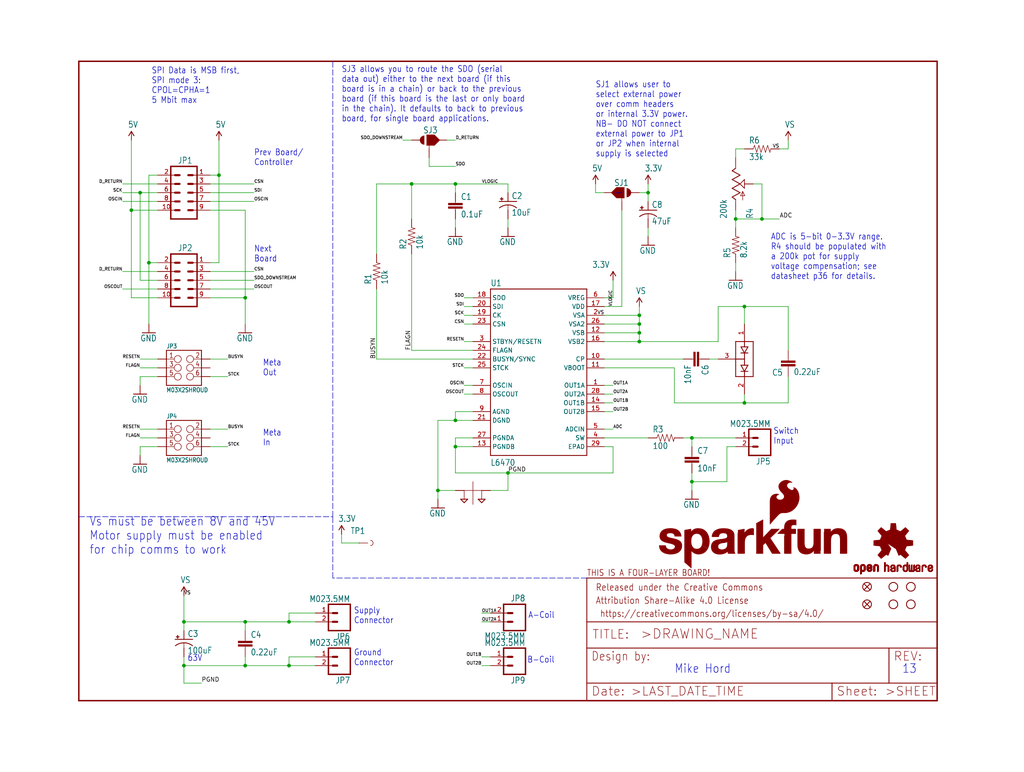
<source format=kicad_sch>
(kicad_sch (version 20211123) (generator eeschema)
  (paper "User" 297.002 223.926)
  (lib_symbols
    (symbol "schematicEagle-eagle-import:0.1UF-25V(+80{slash}-20%)(0603)"
      (property "Reference" "C" (at 1.524 2.921 0))
      (property "Value" "0.1UF-25V(+80{slash}-20%)(0603)" (at 1.524 -2.159 0))
      (symbol "0.1UF-25V(+80{slash}-20%)(0603)_1_0"
        (pin passive line (at 0 5.08 270) (length 2.54) (name "1") (number "1"))
        (pin passive line (at 0 -2.54 90) (length 2.54) (name "2") (number "2"))
      )
    )
    (symbol "schematicEagle-eagle-import:0.22UF50V-20%,+80%(0603)"
      (property "Reference" "C" (at 1.524 2.921 0))
      (property "Value" "0.22UF50V-20%,+80%(0603)" (at 1.524 -2.159 0))
      (symbol "0.22UF50V-20%,+80%(0603)_1_0"
        (pin passive line (at 0 5.08 270) (length 2.54) (name "1") (number "1"))
        (pin passive line (at 0 -2.54 90) (length 2.54) (name "2") (number "2"))
      )
    )
    (symbol "schematicEagle-eagle-import:100OHM1{slash}10W1%(0603)"
      (property "Reference" "R" (at -3.81 1.4986 0))
      (property "Value" "100OHM1{slash}10W1%(0603)" (at -3.81 -3.302 0))
      (symbol "100OHM1{slash}10W1%(0603)_1_0"
        (pin passive line (at -5.08 0 0) (length 2.54) (name "1") (number "1"))
        (pin passive line (at 5.08 0 180) (length 2.54) (name "2") (number "2"))
      )
    )
    (symbol "schematicEagle-eagle-import:100UF-63V-20%(ELECT)"
      (property "Reference" "C" (at 1.016 0.635 0))
      (property "Value" "100UF-63V-20%(ELECT)" (at 1.016 -4.191 0))
      (symbol "100UF-63V-20%(ELECT)_1_0"
        (pin passive line (at 0 2.54 270) (length 2.54) (name "+") (number "+"))
        (pin passive line (at 0 -5.08 90) (length 2.54) (name "-") (number "-"))
      )
    )
    (symbol "schematicEagle-eagle-import:10KOHM1{slash}10W1%(0603)0603"
      (property "Reference" "R" (at -3.81 1.4986 0))
      (property "Value" "10KOHM1{slash}10W1%(0603)0603" (at -3.81 -3.302 0))
      (symbol "10KOHM1{slash}10W1%(0603)0603_1_0"
        (pin passive line (at -5.08 0 0) (length 2.54) (name "1") (number "1"))
        (pin passive line (at 5.08 0 180) (length 2.54) (name "2") (number "2"))
      )
    )
    (symbol "schematicEagle-eagle-import:10NF{slash}10000PF-50V-10%(0603)"
      (property "Reference" "C" (at 1.524 2.921 0))
      (property "Value" "10NF{slash}10000PF-50V-10%(0603)" (at 1.524 -2.159 0))
      (symbol "10NF{slash}10000PF-50V-10%(0603)_1_0"
        (pin passive line (at 0 5.08 270) (length 2.54) (name "1") (number "1"))
        (pin passive line (at 0 -2.54 90) (length 2.54) (name "2") (number "2"))
      )
    )
    (symbol "schematicEagle-eagle-import:10UF-TANT"
      (property "Reference" "C" (at 1.016 0.635 0))
      (property "Value" "10UF-TANT" (at 1.016 -4.191 0))
      (symbol "10UF-TANT_1_0"
        (pin passive line (at 0 2.54 270) (length 2.54) (name "+") (number "A"))
        (pin passive line (at 0 -5.08 90) (length 2.54) (name "-") (number "C"))
      )
    )
    (symbol "schematicEagle-eagle-import:2PT_GND_TIE"
      (symbol "2PT_GND_TIE_1_0"
        (pin bidirectional line (at -5.08 0 0) (length 2.54) (name "P$1") (number "P$1"))
        (pin bidirectional line (at 5.08 0 180) (length 2.54) (name "P$2") (number "P$2"))
      )
    )
    (symbol "schematicEagle-eagle-import:3.3V" (power)
      (property "Value" "3.3V" (at -1.016 3.556 0))
      (symbol "3.3V_1_0"
        (pin power_in line (at 0 0 90) (length 2.54) (name "3.3V") (number "1"))
      )
    )
    (symbol "schematicEagle-eagle-import:33KOHM1{slash}10W1%(0603)"
      (property "Reference" "R" (at -3.81 1.4986 0))
      (property "Value" "33KOHM1{slash}10W1%(0603)" (at -3.81 -3.302 0))
      (symbol "33KOHM1{slash}10W1%(0603)_1_0"
        (pin passive line (at -5.08 0 0) (length 2.54) (name "1") (number "1"))
        (pin passive line (at 5.08 0 180) (length 2.54) (name "2") (number "2"))
      )
    )
    (symbol "schematicEagle-eagle-import:47UF-TANT"
      (property "Reference" "C" (at 1.016 0.635 0))
      (property "Value" "47UF-TANT" (at 1.016 -4.191 0))
      (symbol "47UF-TANT_1_0"
        (pin passive line (at 0 2.54 270) (length 2.54) (name "+") (number "A"))
        (pin passive line (at 0 -5.08 90) (length 2.54) (name "-") (number "C"))
      )
    )
    (symbol "schematicEagle-eagle-import:5V" (power)
      (property "Value" "5V" (at -1.016 3.556 0))
      (symbol "5V_1_0"
        (pin power_in line (at 0 0 90) (length 2.54) (name "5V") (number "1"))
      )
    )
    (symbol "schematicEagle-eagle-import:8.2KOHM-1{slash}10W-5%(0603)"
      (property "Reference" "R" (at -3.81 1.4986 0))
      (property "Value" "8.2KOHM-1{slash}10W-5%(0603)" (at -3.81 -3.302 0))
      (symbol "8.2KOHM-1{slash}10W-5%(0603)_1_0"
        (pin passive line (at -5.08 0 0) (length 2.54) (name "1") (number "1"))
        (pin passive line (at 5.08 0 180) (length 2.54) (name "2") (number "2"))
      )
    )
    (symbol "schematicEagle-eagle-import:BAV99"
      (symbol "BAV99_1_0"
        (pin bidirectional line (at -10.16 0 0) (length 5.08) (name "A1") (number "1"))
        (pin bidirectional line (at 10.16 0 180) (length 5.08) (name "C2") (number "2"))
        (pin bidirectional line (at 0 -7.62 90) (length 5.08) (name "COM") (number "3"))
      )
    )
    (symbol "schematicEagle-eagle-import:FIDUCIALUFIDUCIAL")
    (symbol "schematicEagle-eagle-import:FOUR_LAYER_WARNING"
      (symbol "FOUR_LAYER_WARNING_1_0"
        (text "THIS IS A FOUR-LAYER BOARD!" (at 0 0 0) (effects (font (size 1.778 1.5113)) (justify left bottom)))
      )
    )
    (symbol "schematicEagle-eagle-import:FRAME-LETTER"
      (symbol "FRAME-LETTER_2_0"
        (text " https://creativecommons.org/licenses/by-sa/4.0/" (at 2.54 24.13 0) (effects (font (size 1.9304 1.6408)) (justify left bottom)))
        (text ">DRAWING_NAME" (at 15.494 17.78 0) (effects (font (size 2.7432 2.7432)) (justify left bottom)))
        (text ">LAST_DATE_TIME" (at 12.7 1.27 0) (effects (font (size 2.54 2.54)) (justify left bottom)))
        (text ">SHEET" (at 86.36 1.27 0) (effects (font (size 2.54 2.54)) (justify left bottom)))
        (text "Attribution Share-Alike 4.0 License" (at 2.54 27.94 0) (effects (font (size 1.9304 1.6408)) (justify left bottom)))
        (text "Date:" (at 1.27 1.27 0) (effects (font (size 2.54 2.54)) (justify left bottom)))
        (text "Design by:" (at 1.27 11.43 0) (effects (font (size 2.54 2.159)) (justify left bottom)))
        (text "Released under the Creative Commons" (at 2.54 31.75 0) (effects (font (size 1.9304 1.6408)) (justify left bottom)))
        (text "REV:" (at 88.9 11.43 0) (effects (font (size 2.54 2.54)) (justify left bottom)))
        (text "Sheet:" (at 72.39 1.27 0) (effects (font (size 2.54 2.54)) (justify left bottom)))
        (text "TITLE:" (at 1.524 17.78 0) (effects (font (size 2.54 2.54)) (justify left bottom)))
      )
    )
    (symbol "schematicEagle-eagle-import:GND" (power)
      (property "Value" "GND" (at -2.54 -2.54 0))
      (symbol "GND_1_0"
        (pin power_in line (at 0 2.54 270) (length 2.54) (name "GND") (number "1"))
      )
    )
    (symbol "schematicEagle-eagle-import:JUMPER-PAD-3-2OF3_NC_BY_PASTE"
      (property "Reference" "SJ" (at 2.54 0.381 0))
      (property "Value" "JUMPER-PAD-3-2OF3_NC_BY_PASTE" (at 2.54 -1.905 0))
      (symbol "JUMPER-PAD-3-2OF3_NC_BY_PASTE_1_0"
        (pin passive line (at 0 5.08 270) (length 2.54) (name "1") (number "1"))
        (pin passive line (at -5.08 0 0) (length 2.54) (name "2") (number "2"))
        (pin passive line (at 0 -5.08 90) (length 2.54) (name "3") (number "3"))
      )
    )
    (symbol "schematicEagle-eagle-import:L6470"
      (property "Reference" "U" (at 0 49.022 0))
      (property "Value" "L6470" (at 0 -3.048 0))
      (symbol "L6470_1_0"
        (pin bidirectional line (at 33.02 20.32 180) (length 5.08) (name "OUT1A") (number "1"))
        (pin bidirectional line (at 33.02 27.94 180) (length 5.08) (name "CP") (number "10"))
        (pin bidirectional line (at 33.02 25.4 180) (length 5.08) (name "VBOOT") (number "11"))
        (pin bidirectional line (at 33.02 35.56 180) (length 5.08) (name "VSB") (number "12"))
        (pin bidirectional line (at -5.08 2.54 0) (length 5.08) (name "PGNDB") (number "13"))
        (pin bidirectional line (at 33.02 15.24 180) (length 5.08) (name "OUT1B") (number "14"))
        (pin bidirectional line (at 33.02 12.7 180) (length 5.08) (name "OUT2B") (number "15"))
        (pin bidirectional line (at 33.02 33.02 180) (length 5.08) (name "VSB2") (number "16"))
        (pin bidirectional line (at 33.02 43.18 180) (length 5.08) (name "VDD") (number "17"))
        (pin bidirectional line (at -5.08 45.72 0) (length 5.08) (name "SDO") (number "18"))
        (pin bidirectional line (at -5.08 40.64 0) (length 5.08) (name "CK") (number "19"))
        (pin bidirectional line (at 33.02 40.64 180) (length 5.08) (name "VSA") (number "2"))
        (pin bidirectional line (at -5.08 43.18 0) (length 5.08) (name "SDI") (number "20"))
        (pin bidirectional line (at -5.08 10.16 0) (length 5.08) (name "DGND") (number "21"))
        (pin bidirectional line (at -5.08 27.94 0) (length 5.08) (name "BUSYN/SYNC") (number "22"))
        (pin bidirectional line (at -5.08 38.1 0) (length 5.08) (name "CSN") (number "23"))
        (pin bidirectional line (at -5.08 30.48 0) (length 5.08) (name "FLAGN") (number "24"))
        (pin bidirectional line (at -5.08 25.4 0) (length 5.08) (name "STCK") (number "25"))
        (pin bidirectional line (at 33.02 38.1 180) (length 5.08) (name "VSA2") (number "26"))
        (pin bidirectional line (at -5.08 5.08 0) (length 5.08) (name "PGNDA") (number "27"))
        (pin bidirectional line (at 33.02 17.78 180) (length 5.08) (name "OUT2A") (number "28"))
        (pin bidirectional line (at 33.02 2.54 180) (length 5.08) (name "EPAD") (number "29"))
        (pin bidirectional line (at -5.08 33.02 0) (length 5.08) (name "STBYN/RESETN") (number "3"))
        (pin bidirectional line (at 33.02 5.08 180) (length 5.08) (name "SW") (number "4"))
        (pin bidirectional line (at 33.02 7.62 180) (length 5.08) (name "ADCIN") (number "5"))
        (pin bidirectional line (at 33.02 45.72 180) (length 5.08) (name "VREG") (number "6"))
        (pin bidirectional line (at -5.08 20.32 0) (length 5.08) (name "OSCIN") (number "7"))
        (pin bidirectional line (at -5.08 17.78 0) (length 5.08) (name "OSCOUT") (number "8"))
        (pin bidirectional line (at -5.08 12.7 0) (length 5.08) (name "AGND") (number "9"))
      )
    )
    (symbol "schematicEagle-eagle-import:M023.5MM"
      (property "Reference" "JP" (at -2.54 5.842 0))
      (property "Value" "M023.5MM" (at -2.54 -5.08 0))
      (symbol "M023.5MM_1_0"
        (pin passive line (at 7.62 0 180) (length 5.08) (name "1") (number "1"))
        (pin passive line (at 7.62 2.54 180) (length 5.08) (name "2") (number "2"))
      )
    )
    (symbol "schematicEagle-eagle-import:M03X2SHROUD"
      (property "Reference" "JP" (at -5.08 5.588 0))
      (property "Value" "M03X2SHROUD" (at -5.08 -7.112 0))
      (symbol "M03X2SHROUD_1_0"
        (text "1" (at -4.318 2.794 0) (effects (font (size 1.4224 1.209)) (justify left bottom)))
        (text "2" (at 3.302 2.794 0) (effects (font (size 1.4224 1.209)) (justify left bottom)))
        (text "3" (at -4.318 0.254 0) (effects (font (size 1.4224 1.209)) (justify left bottom)))
        (text "4" (at 3.302 0.254 0) (effects (font (size 1.4224 1.209)) (justify left bottom)))
        (text "5" (at -4.318 -2.286 0) (effects (font (size 1.4224 1.209)) (justify left bottom)))
        (text "6" (at 3.302 -2.286 0) (effects (font (size 1.4224 1.209)) (justify left bottom)))
        (pin bidirectional line (at -7.62 2.54 0) (length 2.54) (name "1") (number "1"))
        (pin bidirectional line (at 7.62 2.54 180) (length 2.54) (name "2") (number "2"))
        (pin bidirectional line (at -7.62 0 0) (length 2.54) (name "3") (number "3"))
        (pin bidirectional line (at 7.62 0 180) (length 2.54) (name "4") (number "4"))
        (pin bidirectional line (at -7.62 -2.54 0) (length 2.54) (name "5") (number "5"))
        (pin bidirectional line (at 7.62 -2.54 180) (length 2.54) (name "6") (number "6"))
      )
    )
    (symbol "schematicEagle-eagle-import:M05X2SHD"
      (property "Reference" "JP" (at -2.54 8.382 0))
      (property "Value" "M05X2SHD" (at -2.54 -10.16 0))
      (symbol "M05X2SHD_1_0"
        (pin passive line (at -7.62 5.08 0) (length 5.08) (name "1") (number "1"))
        (pin passive line (at 7.62 -5.08 180) (length 5.08) (name "10") (number "10"))
        (pin passive line (at 7.62 5.08 180) (length 5.08) (name "2") (number "2"))
        (pin passive line (at -7.62 2.54 0) (length 5.08) (name "3") (number "3"))
        (pin passive line (at 7.62 2.54 180) (length 5.08) (name "4") (number "4"))
        (pin passive line (at -7.62 0 0) (length 5.08) (name "5") (number "5"))
        (pin passive line (at 7.62 0 180) (length 5.08) (name "6") (number "6"))
        (pin passive line (at -7.62 -2.54 0) (length 5.08) (name "7") (number "7"))
        (pin passive line (at 7.62 -2.54 180) (length 5.08) (name "8") (number "8"))
        (pin passive line (at -7.62 -5.08 0) (length 5.08) (name "9") (number "9"))
      )
    )
    (symbol "schematicEagle-eagle-import:OSHW-LOGOM")
    (symbol "schematicEagle-eagle-import:POT100K_3362U"
      (property "Reference" "RV" (at 5.08 -10.16 90))
      (property "Value" "POT100K_3362U" (at -2.54 -10.16 90))
      (symbol "POT100K_3362U_1_0"
        (pin passive line (at 0 7.62 270) (length 2.54) (name "E") (number "P$1"))
        (pin passive line (at 5.08 0 180) (length 2.54) (name "S") (number "P$2"))
        (pin passive line (at 0 -7.62 90) (length 2.54) (name "A") (number "P$3"))
      )
    )
    (symbol "schematicEagle-eagle-import:SFE_LOGO_NAME_FLAME.2_INCH")
    (symbol "schematicEagle-eagle-import:STAND-OFF")
    (symbol "schematicEagle-eagle-import:TEST-POINTTP_15TH_THRU"
      (property "Reference" "TP" (at -2.54 2.54 0))
      (property "Value" "TEST-POINTTP_15TH_THRU" (at -2.54 -2.54 0))
      (symbol "TEST-POINTTP_15TH_THRU_1_0"
        (pin bidirectional line (at 0 0 180) (length 0) (name "1") (number "P$1"))
      )
    )
    (symbol "schematicEagle-eagle-import:VCC" (power)
      (property "Value" "VCC" (at -1.016 3.556 0))
      (symbol "VCC_1_0"
        (pin power_in line (at 0 0 90) (length 2.54) (name "VCC") (number "1"))
      )
    )
  )
  (junction (at 71.12 193.04))
  (junction (at 200.66 127))
  (junction (at 127 142.24))
  (junction (at 132.08 53.34))
  (junction (at 185.42 91.44))
  (junction (at 187.96 55.88))
  (junction (at 83.82 193.04))
  (junction (at 185.42 93.98))
  (junction (at 185.42 96.52))
  (junction (at 53.34 193.04))
  (junction (at 215.9 88.9))
  (junction (at 71.12 86.36))
  (junction (at 71.12 180.34))
  (junction (at 38.1 60.96))
  (junction (at 132.08 129.54))
  (junction (at 200.66 139.7))
  (junction (at 63.5 50.8))
  (junction (at 147.32 137.16))
  (junction (at 132.08 121.92))
  (junction (at 220.98 63.5))
  (junction (at 185.42 99.06))
  (junction (at 83.82 180.34))
  (junction (at 43.18 76.2))
  (junction (at 215.9 116.84))
  (junction (at 53.34 180.34))
  (junction (at 40.64 55.88))
  (junction (at 213.36 63.5))
  (junction (at 119.38 53.34))
  (wire (pts (xy 200.66 139.7) (xy 210.82 139.7)))
  (wire (pts (xy 215.9 116.84) (xy 215.9 114.3)))
  (wire (pts (xy 53.34 180.34) (xy 71.12 180.34)))
  (wire (pts (xy 45.72 127) (xy 40.64 127)))
  (wire (pts (xy 137.16 88.9) (xy 134.62 88.9)))
  (wire (pts (xy 40.64 55.88) (xy 40.64 81.28)))
  (wire (pts (xy 60.96 50.8) (xy 63.5 50.8)))
  (wire (pts (xy 60.96 58.42) (xy 73.66 58.42)))
  (wire (pts (xy 43.18 76.2) (xy 45.72 76.2)))
  (wire (pts (xy 213.36 60.96) (xy 213.36 63.5)))
  (wire (pts (xy 147.32 53.34) (xy 147.32 55.88)))
  (wire (pts (xy 228.6 116.84) (xy 215.9 116.84)))
  (wire (pts (xy 63.5 76.2) (xy 60.96 76.2)))
  (wire (pts (xy 215.9 88.9) (xy 215.9 93.98)))
  (wire (pts (xy 91.44 193.04) (xy 83.82 193.04)))
  (wire (pts (xy 210.82 139.7) (xy 210.82 129.54)))
  (wire (pts (xy 137.16 91.44) (xy 134.62 91.44)))
  (wire (pts (xy 200.66 127) (xy 213.36 127)))
  (wire (pts (xy 60.96 81.28) (xy 73.66 81.28)))
  (wire (pts (xy 132.08 142.24) (xy 127 142.24)))
  (wire (pts (xy 83.82 193.04) (xy 71.12 193.04)))
  (wire (pts (xy 63.5 50.8) (xy 63.5 76.2)))
  (wire (pts (xy 45.72 106.68) (xy 40.64 106.68)))
  (wire (pts (xy 60.96 109.22) (xy 66.04 109.22)))
  (wire (pts (xy 53.34 198.12) (xy 58.42 198.12)))
  (wire (pts (xy 195.58 116.84) (xy 195.58 106.68)))
  (wire (pts (xy 213.36 45.72) (xy 213.36 43.18)))
  (polyline (pts (xy 96.52 149.86) (xy 96.52 17.78)))
  (wire (pts (xy 132.08 129.54) (xy 132.08 137.16)))
  (wire (pts (xy 175.26 116.84) (xy 177.8 116.84)))
  (wire (pts (xy 177.8 129.54) (xy 175.26 129.54)))
  (wire (pts (xy 38.1 60.96) (xy 45.72 60.96)))
  (wire (pts (xy 71.12 93.98) (xy 71.12 86.36)))
  (wire (pts (xy 175.26 119.38) (xy 177.8 119.38)))
  (wire (pts (xy 60.96 55.88) (xy 73.66 55.88)))
  (wire (pts (xy 137.16 111.76) (xy 134.62 111.76)))
  (wire (pts (xy 132.08 119.38) (xy 132.08 121.92)))
  (wire (pts (xy 195.58 106.68) (xy 175.26 106.68)))
  (wire (pts (xy 185.42 55.88) (xy 187.96 55.88)))
  (wire (pts (xy 132.08 129.54) (xy 132.08 127)))
  (wire (pts (xy 175.26 127) (xy 187.96 127)))
  (wire (pts (xy 45.72 58.42) (xy 35.56 58.42)))
  (wire (pts (xy 132.08 121.92) (xy 137.16 121.92)))
  (wire (pts (xy 60.96 53.34) (xy 73.66 53.34)))
  (wire (pts (xy 142.24 142.24) (xy 147.32 142.24)))
  (wire (pts (xy 45.72 104.14) (xy 40.64 104.14)))
  (wire (pts (xy 177.8 137.16) (xy 177.8 129.54)))
  (wire (pts (xy 99.06 154.94) (xy 99.06 157.48)))
  (wire (pts (xy 185.42 99.06) (xy 175.26 99.06)))
  (wire (pts (xy 147.32 142.24) (xy 147.32 137.16)))
  (wire (pts (xy 45.72 86.36) (xy 38.1 86.36)))
  (polyline (pts (xy 170.18 167.64) (xy 96.52 167.64)))
  (wire (pts (xy 185.42 93.98) (xy 185.42 96.52)))
  (wire (pts (xy 38.1 86.36) (xy 38.1 60.96)))
  (wire (pts (xy 63.5 40.64) (xy 63.5 50.8)))
  (polyline (pts (xy 180.34 55.88) (xy 177.8 55.88)))
  (wire (pts (xy 137.16 106.68) (xy 134.62 106.68)))
  (wire (pts (xy 45.72 78.74) (xy 35.56 78.74)))
  (wire (pts (xy 200.66 129.54) (xy 200.66 127)))
  (wire (pts (xy 213.36 63.5) (xy 220.98 63.5)))
  (wire (pts (xy 208.28 88.9) (xy 215.9 88.9)))
  (wire (pts (xy 210.82 129.54) (xy 213.36 129.54)))
  (wire (pts (xy 127 121.92) (xy 132.08 121.92)))
  (wire (pts (xy 228.6 109.22) (xy 228.6 116.84)))
  (wire (pts (xy 71.12 60.96) (xy 71.12 86.36)))
  (wire (pts (xy 137.16 93.98) (xy 134.62 93.98)))
  (wire (pts (xy 137.16 129.54) (xy 132.08 129.54)))
  (wire (pts (xy 60.96 104.14) (xy 66.04 104.14)))
  (wire (pts (xy 137.16 114.3) (xy 134.62 114.3)))
  (wire (pts (xy 220.98 63.5) (xy 220.98 53.34)))
  (wire (pts (xy 185.42 99.06) (xy 208.28 99.06)))
  (wire (pts (xy 187.96 55.88) (xy 187.96 53.34)))
  (wire (pts (xy 109.22 104.14) (xy 109.22 83.82)))
  (wire (pts (xy 142.24 190.5) (xy 139.7 190.5)))
  (wire (pts (xy 175.26 124.46) (xy 177.8 124.46)))
  (wire (pts (xy 45.72 53.34) (xy 35.56 53.34)))
  (wire (pts (xy 60.96 83.82) (xy 73.66 83.82)))
  (wire (pts (xy 215.9 88.9) (xy 228.6 88.9)))
  (wire (pts (xy 71.12 180.34) (xy 71.12 182.88)))
  (wire (pts (xy 129.54 40.64) (xy 132.08 40.64)))
  (wire (pts (xy 40.64 55.88) (xy 35.56 55.88)))
  (wire (pts (xy 127 142.24) (xy 127 121.92)))
  (wire (pts (xy 119.38 40.64) (xy 116.84 40.64)))
  (wire (pts (xy 132.08 137.16) (xy 147.32 137.16)))
  (wire (pts (xy 205.74 104.14) (xy 208.28 104.14)))
  (wire (pts (xy 60.96 78.74) (xy 73.66 78.74)))
  (wire (pts (xy 40.64 81.28) (xy 45.72 81.28)))
  (wire (pts (xy 43.18 93.98) (xy 43.18 76.2)))
  (wire (pts (xy 137.16 127) (xy 132.08 127)))
  (wire (pts (xy 83.82 190.5) (xy 91.44 190.5)))
  (wire (pts (xy 99.06 157.48) (xy 104.14 157.48)))
  (wire (pts (xy 109.22 73.66) (xy 109.22 53.34)))
  (wire (pts (xy 109.22 53.34) (xy 119.38 53.34)))
  (wire (pts (xy 177.8 86.36) (xy 177.8 81.28)))
  (wire (pts (xy 180.34 60.96) (xy 180.34 88.9)))
  (wire (pts (xy 175.26 93.98) (xy 185.42 93.98)))
  (wire (pts (xy 38.1 40.64) (xy 38.1 60.96)))
  (wire (pts (xy 124.46 48.26) (xy 132.08 48.26)))
  (wire (pts (xy 200.66 127) (xy 198.12 127)))
  (wire (pts (xy 172.72 55.88) (xy 172.72 53.34)))
  (wire (pts (xy 228.6 43.18) (xy 228.6 40.64)))
  (wire (pts (xy 124.46 45.72) (xy 124.46 48.26)))
  (wire (pts (xy 83.82 193.04) (xy 83.82 190.5)))
  (polyline (pts (xy 96.52 167.64) (xy 96.52 149.86)))
  (wire (pts (xy 147.32 63.5) (xy 147.32 66.04)))
  (wire (pts (xy 53.34 193.04) (xy 71.12 193.04)))
  (wire (pts (xy 200.66 142.24) (xy 200.66 139.7)))
  (polyline (pts (xy 22.86 149.86) (xy 96.52 149.86)))
  (wire (pts (xy 40.64 109.22) (xy 45.72 109.22)))
  (wire (pts (xy 142.24 177.8) (xy 139.7 177.8)))
  (wire (pts (xy 220.98 63.5) (xy 226.06 63.5)))
  (wire (pts (xy 83.82 177.8) (xy 91.44 177.8)))
  (wire (pts (xy 91.44 180.34) (xy 83.82 180.34)))
  (wire (pts (xy 185.42 96.52) (xy 185.42 99.06)))
  (wire (pts (xy 213.36 66.04) (xy 213.36 63.5)))
  (wire (pts (xy 137.16 119.38) (xy 132.08 119.38)))
  (wire (pts (xy 208.28 99.06) (xy 208.28 88.9)))
  (wire (pts (xy 228.6 88.9) (xy 228.6 101.6)))
  (wire (pts (xy 132.08 66.04) (xy 132.08 63.5)))
  (wire (pts (xy 175.26 104.14) (xy 198.12 104.14)))
  (wire (pts (xy 137.16 101.6) (xy 119.38 101.6)))
  (wire (pts (xy 40.64 132.08) (xy 40.64 129.54)))
  (wire (pts (xy 175.26 111.76) (xy 177.8 111.76)))
  (wire (pts (xy 175.26 88.9) (xy 180.34 88.9)))
  (wire (pts (xy 147.32 137.16) (xy 177.8 137.16)))
  (wire (pts (xy 119.38 101.6) (xy 119.38 73.66)))
  (wire (pts (xy 137.16 104.14) (xy 109.22 104.14)))
  (wire (pts (xy 119.38 53.34) (xy 132.08 53.34)))
  (wire (pts (xy 45.72 50.8) (xy 43.18 50.8)))
  (wire (pts (xy 71.12 86.36) (xy 60.96 86.36)))
  (wire (pts (xy 83.82 180.34) (xy 83.82 177.8)))
  (wire (pts (xy 175.26 86.36) (xy 177.8 86.36)))
  (wire (pts (xy 60.96 60.96) (xy 71.12 60.96)))
  (wire (pts (xy 187.96 68.58) (xy 187.96 66.04)))
  (wire (pts (xy 71.12 193.04) (xy 71.12 190.5)))
  (wire (pts (xy 175.26 114.3) (xy 177.8 114.3)))
  (wire (pts (xy 40.64 129.54) (xy 45.72 129.54)))
  (wire (pts (xy 132.08 53.34) (xy 147.32 53.34)))
  (wire (pts (xy 175.26 55.88) (xy 172.72 55.88)))
  (wire (pts (xy 83.82 180.34) (xy 71.12 180.34)))
  (wire (pts (xy 53.34 172.72) (xy 53.34 180.34)))
  (wire (pts (xy 45.72 124.46) (xy 40.64 124.46)))
  (wire (pts (xy 215.9 116.84) (xy 195.58 116.84)))
  (wire (pts (xy 53.34 190.5) (xy 53.34 193.04)))
  (wire (pts (xy 40.64 111.76) (xy 40.64 109.22)))
  (wire (pts (xy 187.96 58.42) (xy 187.96 55.88)))
  (wire (pts (xy 200.66 139.7) (xy 200.66 137.16)))
  (wire (pts (xy 119.38 63.5) (xy 119.38 53.34)))
  (wire (pts (xy 142.24 193.04) (xy 139.7 193.04)))
  (wire (pts (xy 132.08 53.34) (xy 132.08 55.88)))
  (wire (pts (xy 175.26 96.52) (xy 185.42 96.52)))
  (wire (pts (xy 53.34 198.12) (xy 53.34 193.04)))
  (wire (pts (xy 45.72 55.88) (xy 40.64 55.88)))
  (wire (pts (xy 137.16 86.36) (xy 134.62 86.36)))
  (wire (pts (xy 127 144.78) (xy 127 142.24)))
  (wire (pts (xy 45.72 83.82) (xy 35.56 83.82)))
  (wire (pts (xy 53.34 182.88) (xy 53.34 180.34)))
  (wire (pts (xy 226.06 43.18) (xy 228.6 43.18)))
  (wire (pts (xy 43.18 50.8) (xy 43.18 76.2)))
  (wire (pts (xy 220.98 53.34) (xy 218.44 53.34)))
  (wire (pts (xy 213.36 43.18) (xy 215.9 43.18)))
  (wire (pts (xy 60.96 129.54) (xy 66.04 129.54)))
  (wire (pts (xy 137.16 99.06) (xy 134.62 99.06)))
  (wire (pts (xy 142.24 180.34) (xy 139.7 180.34)))
  (wire (pts (xy 185.42 88.9) (xy 185.42 91.44)))
  (wire (pts (xy 60.96 124.46) (xy 66.04 124.46)))
  (wire (pts (xy 185.42 91.44) (xy 185.42 93.98)))
  (wire (pts (xy 175.26 91.44) (xy 185.42 91.44)))
  (wire (pts (xy 213.36 76.2) (xy 213.36 78.74)))
  (text "Meta\nOut" (at 76.2 109.22 180) (effects (font (size 1.778 1.5113)) (justify left bottom)))
  (text "ADC is 5-bit 0-3.3V range.\nR4 should be populated with\na 200k pot for supply\nvoltage compensation; see\ndatasheet p36 for details." (at 223.52 81.28 0) (effects (font (size 1.778 1.5113)) (justify left bottom)))
  (text "Mike Hord" (at 195.58 195.58 180) (effects (font (size 2.54 2.159)) (justify left bottom)))
  (text "A-Coil" (at 153.162 179.578 180) (effects (font (size 1.778 1.5113)) (justify left bottom)))
  (text "SJ1 allows user to\nselect external power\nover comm headers\nor internal 3.3V power.\nNB- DO NOT connect\nexternal power to JP1\nor JP2 when internal\nsupply is selected~{}" (at 172.72 45.72 0) (effects (font (size 1.778 1.5113)) (justify left bottom)))
  (text "SPI Data is MSB first,\nSPI mode 3:\nCPOL=CPHA=1\n5 Mbit max" (at 43.942 30.226 0) (effects (font (size 1.778 1.5113)) (justify left bottom)))
  (text "13" (at 261.62 195.58 180) (effects (font (size 2.54 2.159)) (justify left bottom)))
  (text "Meta\nIn" (at 76.2 129.54 180) (effects (font (size 1.778 1.5113)) (justify left bottom)))
  (text "Prev Board/\nController" (at 73.66 48.26 180) (effects (font (size 1.778 1.5113)) (justify left bottom)))
  (text "B-Coil" (at 152.908 192.532 180) (effects (font (size 1.778 1.5113)) (justify left bottom)))
  (text "Ground\nConnector" (at 102.616 193.294 180) (effects (font (size 1.778 1.5113)) (justify left bottom)))
  (text "Switch\nInput" (at 224.282 129.032 180) (effects (font (size 1.778 1.5113)) (justify left bottom)))
  (text "SJ3 allows you to route the SDO (serial\ndata out) either to the next board (if this\nboard is in a chain) or back to the previous\nboard (if this board is the last or only board\nin the chain). It defaults to back to previous\nboard, for single board applications." (at 99.06 35.56 0) (effects (font (size 1.778 1.5113)) (justify left bottom)))
  (text "Vs must be between 8V and 45V\nMotor supply must be enabled\nfor chip comms to work~{}" (at 25.908 161.036 0) (effects (font (size 2.54 2.159)) (justify left bottom)))
  (text "63V" (at 54.356 192.024 180) (effects (font (size 1.778 1.5113)) (justify left bottom)))
  (text "Supply\nConnector" (at 102.616 181.102 180) (effects (font (size 1.778 1.5113)) (justify left bottom)))
  (text "Next\nBoard" (at 73.66 76.2 180) (effects (font (size 1.778 1.5113)) (justify left bottom)))
  (label "SDI" (at 134.62 88.9 180) (effects (font (size 0.889 0.889))))
  (label "STCK" (at 66.04 109.22 0) (effects (font (size 0.889 0.889))))
  (label "ADC" (at 177.8 124.46 0) (effects (font (size 0.889 0.889))))
  (label "VS" (at 53.34 172.72 0) (effects (font (size 1.016 1.016))))
  (label "D_RETURN" (at 132.08 40.64 0) (effects (font (size 0.889 0.889))))
  (label "SDO" (at 134.62 86.36 180) (effects (font (size 0.889 0.889))))
  (label "OSCIN" (at 35.56 58.42 180) (effects (font (size 0.889 0.889))))
  (label "STCK" (at 134.62 106.68 180) (effects (font (size 0.889 0.889))))
  (label "OSCOUT" (at 134.62 114.3 180) (effects (font (size 0.889 0.889))))
  (label "RESETN" (at 40.64 104.14 180) (effects (font (size 0.889 0.889))))
  (label "SDO_DOWNSTREAM" (at 73.66 81.28 0) (effects (font (size 0.889 0.889))))
  (label "OSCIN" (at 73.66 58.42 0) (effects (font (size 0.889 0.889))))
  (label "CSN" (at 73.66 78.74 0) (effects (font (size 0.889 0.889))))
  (label "OUT2A" (at 177.8 114.3 0) (effects (font (size 0.889 0.889))))
  (label "BUSYN" (at 109.22 104.14 90) (effects (font (size 1.2446 1.2446))))
  (label "SDO_DOWNSTREAM" (at 116.84 40.64 180) (effects (font (size 0.889 0.889))))
  (label "RESETN" (at 134.62 99.06 180) (effects (font (size 0.889 0.889))))
  (label "OUT1A" (at 177.8 111.76 0) (effects (font (size 0.889 0.889))))
  (label "D_RETURN" (at 35.56 78.74 180) (effects (font (size 0.889 0.889))))
  (label "BUSYN" (at 66.04 124.46 0) (effects (font (size 0.889 0.889))))
  (label "VLOGIC" (at 139.7 53.34 0) (effects (font (size 0.889 0.889))))
  (label "RESETN" (at 40.64 124.46 180) (effects (font (size 0.889 0.889))))
  (label "FLAGN" (at 119.38 101.6 90) (effects (font (size 1.2446 1.2446))))
  (label "SCK" (at 35.56 55.88 180) (effects (font (size 0.889 0.889))))
  (label "PGND" (at 58.42 198.12 0) (effects (font (size 1.2446 1.2446))))
  (label "OSCOUT" (at 35.56 83.82 180) (effects (font (size 0.889 0.889))))
  (label "OSCOUT" (at 73.66 83.82 0) (effects (font (size 0.889 0.889))))
  (label "SDO" (at 132.08 48.26 0) (effects (font (size 0.889 0.889))))
  (label "FLAGN" (at 40.64 106.68 180) (effects (font (size 0.889 0.889))))
  (label "CSN" (at 134.62 93.98 180) (effects (font (size 0.889 0.889))))
  (label "VS" (at 226.06 43.18 180) (effects (font (size 1.016 1.016))))
  (label "OUT1A" (at 139.7 177.8 0) (effects (font (size 0.889 0.889))))
  (label "VLOGIC" (at 177.8 88.9 90) (effects (font (size 0.889 0.889))))
  (label "PGND" (at 147.32 137.16 0) (effects (font (size 1.2446 1.2446))))
  (label "OUT2A" (at 139.7 180.34 0) (effects (font (size 0.889 0.889))))
  (label "D_RETURN" (at 35.56 53.34 180) (effects (font (size 0.889 0.889))))
  (label "VS" (at 175.26 91.44 180) (effects (font (size 1.016 1.016))))
  (label "OSCIN" (at 134.62 111.76 180) (effects (font (size 0.889 0.889))))
  (label "SCK" (at 134.62 91.44 180) (effects (font (size 0.889 0.889))))
  (label "OUT1B" (at 139.7 190.5 180) (effects (font (size 0.889 0.889))))
  (label "CSN" (at 73.66 53.34 0) (effects (font (size 0.889 0.889))))
  (label "OUT2B" (at 139.7 193.04 180) (effects (font (size 0.889 0.889))))
  (label "OUT1B" (at 177.8 116.84 0) (effects (font (size 0.889 0.889))))
  (label "STCK" (at 66.04 129.54 0) (effects (font (size 0.889 0.889))))
  (label "OUT2B" (at 177.8 119.38 0) (effects (font (size 0.889 0.889))))
  (label "ADC" (at 226.06 63.5 0) (effects (font (size 1.2446 1.2446))))
  (label "FLAGN" (at 40.64 127 180) (effects (font (size 0.889 0.889))))
  (label "SDI" (at 73.66 55.88 0) (effects (font (size 0.889 0.889))))
  (label "BUSYN" (at 66.04 104.14 0) (effects (font (size 0.889 0.889))))
  (symbol (lib_id "schematicEagle-eagle-import:FOUR_LAYER_WARNING") (at 170.18 167.132 0) (unit 1)
    (property "Reference" "U$4" (effects hide))
    (property "Value" "FOUR_LAYER_WARNING" (effects hide))
    (property "Footprint" "schematicEagle:FOUR_LAYER_WARNING" (effects hide))
  )
  (symbol (lib_id "schematicEagle-eagle-import:M023.5MM") (at 99.06 190.5 180) (unit 1)
    (property "Reference" "JP7" (at 101.6 196.342 0) (effects (font (size 1.778 1.5113)) (justify left bottom)))
    (property "Value" "M023.5MM" (at 101.6 185.42 0) (effects (font (size 1.778 1.5113)) (justify left bottom)))
    (property "Footprint" "schematicEagle:SCREWTERMINAL-3.5MM-2" (effects hide))
  )
  (symbol (lib_id "schematicEagle-eagle-import:10NF{slash}10000PF-50V-10%(0603)") (at 200.66 104.14 270) (unit 1)
    (property "Reference" "C6" (at 203.581 105.664 0) (effects (font (size 1.778 1.5113)) (justify left bottom)))
    (property "Value" "10nF" (at 198.501 105.664 0) (effects (font (size 1.778 1.5113)) (justify left bottom)))
    (property "Footprint" "schematicEagle:0603-CAP" (effects hide))
  )
  (symbol (lib_id "schematicEagle-eagle-import:0.1UF-25V(+80{slash}-20%)(0603)") (at 132.08 60.96 0) (unit 1)
    (property "Reference" "C1" (at 133.604 58.039 0) (effects (font (size 1.778 1.5113)) (justify left bottom)))
    (property "Value" "0.1uF" (at 133.604 63.119 0) (effects (font (size 1.778 1.5113)) (justify left bottom)))
    (property "Footprint" "schematicEagle:0603-CAP" (effects hide))
  )
  (symbol (lib_id "schematicEagle-eagle-import:GND") (at 43.18 96.52 0) (unit 1)
    (property "Reference" "#GND10" (effects hide))
    (property "Value" "GND" (at 40.64 99.06 0) (effects (font (size 1.778 1.5113)) (justify left bottom)))
    (property "Footprint" "schematicEagle:" (effects hide))
  )
  (symbol (lib_id "schematicEagle-eagle-import:VCC") (at 185.42 88.9 0) (unit 1)
    (property "Reference" "#P+1" (effects hide))
    (property "Value" "VS" (at 184.404 85.344 0) (effects (font (size 1.778 1.5113)) (justify left bottom)))
    (property "Footprint" "schematicEagle:" (effects hide))
  )
  (symbol (lib_id "schematicEagle-eagle-import:GND") (at 213.36 81.28 0) (unit 1)
    (property "Reference" "#GND8" (effects hide))
    (property "Value" "GND" (at 210.82 83.82 0) (effects (font (size 1.778 1.5113)) (justify left bottom)))
    (property "Footprint" "schematicEagle:" (effects hide))
  )
  (symbol (lib_id "schematicEagle-eagle-import:GND") (at 127 147.32 0) (unit 1)
    (property "Reference" "#GND2" (effects hide))
    (property "Value" "GND" (at 124.46 149.86 0) (effects (font (size 1.778 1.5113)) (justify left bottom)))
    (property "Footprint" "schematicEagle:" (effects hide))
  )
  (symbol (lib_id "schematicEagle-eagle-import:FRAME-LETTER") (at 170.18 203.2 0) (unit 2)
    (property "Reference" "FRAME1" (effects hide))
    (property "Value" "FRAME-LETTER" (effects hide))
    (property "Footprint" "schematicEagle:CREATIVE_COMMONS" (effects hide))
  )
  (symbol (lib_id "schematicEagle-eagle-import:47UF-TANT") (at 187.96 60.96 0) (unit 1)
    (property "Reference" "C8" (at 188.976 60.325 0) (effects (font (size 1.778 1.5113)) (justify left bottom)))
    (property "Value" "47uF" (at 188.976 65.151 0) (effects (font (size 1.778 1.5113)) (justify left bottom)))
    (property "Footprint" "schematicEagle:EIA3528" (effects hide))
  )
  (symbol (lib_id "schematicEagle-eagle-import:8.2KOHM-1{slash}10W-5%(0603)") (at 213.36 71.12 90) (unit 1)
    (property "Reference" "R5" (at 211.8614 74.93 0) (effects (font (size 1.778 1.5113)) (justify left bottom)))
    (property "Value" "8.2k" (at 216.662 74.93 0) (effects (font (size 1.778 1.5113)) (justify left bottom)))
    (property "Footprint" "schematicEagle:0603-RES" (effects hide))
  )
  (symbol (lib_id "schematicEagle-eagle-import:JUMPER-PAD-3-2OF3_NC_BY_PASTE") (at 124.46 40.64 90) (unit 1)
    (property "Reference" "SJ3" (at 122.682 38.735 90) (effects (font (size 1.778 1.5113)) (justify right top)))
    (property "Value" "JUMPER-PAD-3-2OF3_NC_BY_PASTE" (effects hide))
    (property "Footprint" "schematicEagle:PAD-JUMPER-3-2OF3_NC_BY_PASTE_YES_SILK_FULL_BOX" (effects hide))
  )
  (symbol (lib_id "schematicEagle-eagle-import:33KOHM1{slash}10W1%(0603)") (at 220.98 43.18 0) (unit 1)
    (property "Reference" "R6" (at 217.17 41.6814 0) (effects (font (size 1.778 1.5113)) (justify left bottom)))
    (property "Value" "33k" (at 217.17 46.482 0) (effects (font (size 1.778 1.5113)) (justify left bottom)))
    (property "Footprint" "schematicEagle:0603-RES" (effects hide))
  )
  (symbol (lib_id "schematicEagle-eagle-import:STAND-OFF") (at 259.08 175.26 0) (unit 1)
    (property "Reference" "STANDOFF3" (effects hide))
    (property "Value" "STAND-OFF" (effects hide))
    (property "Footprint" "schematicEagle:STAND-OFF" (effects hide))
  )
  (symbol (lib_id "schematicEagle-eagle-import:VCC") (at 228.6 40.64 0) (unit 1)
    (property "Reference" "#P+3" (effects hide))
    (property "Value" "VS" (at 227.584 37.084 0) (effects (font (size 1.778 1.5113)) (justify left bottom)))
    (property "Footprint" "schematicEagle:" (effects hide))
  )
  (symbol (lib_id "schematicEagle-eagle-import:STAND-OFF") (at 264.16 170.18 0) (unit 1)
    (property "Reference" "STANDOFF2" (effects hide))
    (property "Value" "STAND-OFF" (effects hide))
    (property "Footprint" "schematicEagle:STAND-OFF" (effects hide))
  )
  (symbol (lib_id "schematicEagle-eagle-import:GND") (at 132.08 68.58 0) (unit 1)
    (property "Reference" "#GND3" (effects hide))
    (property "Value" "GND" (at 129.54 71.12 0) (effects (font (size 1.778 1.5113)) (justify left bottom)))
    (property "Footprint" "schematicEagle:" (effects hide))
  )
  (symbol (lib_id "schematicEagle-eagle-import:M05X2SHD") (at 53.34 55.88 0) (mirror y) (unit 1)
    (property "Reference" "JP1" (at 55.88 47.498 0) (effects (font (size 1.778 1.5113)) (justify left bottom)))
    (property "Value" "M05X2SHD" (effects hide))
    (property "Footprint" "schematicEagle:2X5-SHROUDED" (effects hide))
  )
  (symbol (lib_id "schematicEagle-eagle-import:GND") (at 187.96 71.12 0) (unit 1)
    (property "Reference" "#GND9" (effects hide))
    (property "Value" "GND" (at 185.42 73.66 0) (effects (font (size 1.778 1.5113)) (justify left bottom)))
    (property "Footprint" "schematicEagle:" (effects hide))
  )
  (symbol (lib_id "schematicEagle-eagle-import:0.22UF50V-20%,+80%(0603)") (at 228.6 104.14 180) (unit 1)
    (property "Reference" "C5" (at 227.076 107.061 0) (effects (font (size 1.778 1.5113)) (justify left bottom)))
    (property "Value" "0.22uF" (at 230.124 108.839 0) (effects (font (size 1.778 1.5113)) (justify right top)))
    (property "Footprint" "schematicEagle:0603-CAP" (effects hide))
  )
  (symbol (lib_id "schematicEagle-eagle-import:SFE_LOGO_NAME_FLAME.2_INCH") (at 190.5 165.1 0) (unit 1)
    (property "Reference" "LOGO2" (effects hide))
    (property "Value" "SFE_LOGO_NAME_FLAME.2_INCH" (effects hide))
    (property "Footprint" "schematicEagle:SFE_LOGO_NAME_FLAME_.2" (effects hide))
  )
  (symbol (lib_id "schematicEagle-eagle-import:STAND-OFF") (at 264.16 175.26 0) (unit 1)
    (property "Reference" "STANDOFF4" (effects hide))
    (property "Value" "STAND-OFF" (effects hide))
    (property "Footprint" "schematicEagle:STAND-OFF" (effects hide))
  )
  (symbol (lib_id "schematicEagle-eagle-import:3.3V") (at 177.8 81.28 0) (unit 1)
    (property "Reference" "#P+4" (effects hide))
    (property "Value" "3.3V" (at 171.704 77.724 0) (effects (font (size 1.778 1.5113)) (justify left bottom)))
    (property "Footprint" "schematicEagle:" (effects hide))
  )
  (symbol (lib_id "schematicEagle-eagle-import:STAND-OFF") (at 259.08 170.18 0) (unit 1)
    (property "Reference" "STANDOFF1" (effects hide))
    (property "Value" "STAND-OFF" (effects hide))
    (property "Footprint" "schematicEagle:STAND-OFF" (effects hide))
  )
  (symbol (lib_id "schematicEagle-eagle-import:M05X2SHD") (at 53.34 81.28 0) (mirror y) (unit 1)
    (property "Reference" "JP2" (at 55.88 72.898 0) (effects (font (size 1.778 1.5113)) (justify left bottom)))
    (property "Value" "M05X2SHD" (effects hide))
    (property "Footprint" "schematicEagle:2X5-SHROUDED" (effects hide))
  )
  (symbol (lib_id "schematicEagle-eagle-import:GND") (at 71.12 96.52 0) (unit 1)
    (property "Reference" "#GND1" (effects hide))
    (property "Value" "GND" (at 68.58 99.06 0) (effects (font (size 1.778 1.5113)) (justify left bottom)))
    (property "Footprint" "schematicEagle:" (effects hide))
  )
  (symbol (lib_id "schematicEagle-eagle-import:JUMPER-PAD-3-2OF3_NC_BY_PASTE") (at 180.34 55.88 270) (mirror x) (unit 1)
    (property "Reference" "SJ1" (at 182.372 53.975 90) (effects (font (size 1.778 1.5113)) (justify right top)))
    (property "Value" "JUMPER-PAD-3-2OF3_NC_BY_PASTE" (effects hide))
    (property "Footprint" "schematicEagle:PAD-JUMPER-3-2OF3_NC_BY_PASTE_YES_SILK_FULL_BOX" (effects hide))
  )
  (symbol (lib_id "schematicEagle-eagle-import:L6470") (at 142.24 132.08 0) (unit 1)
    (property "Reference" "U1" (at 142.24 83.058 0) (effects (font (size 1.778 1.5113)) (justify left bottom)))
    (property "Value" "L6470 " (at 142.24 135.128 0) (effects (font (size 1.778 1.5113)) (justify left bottom)))
    (property "Footprint" "schematicEagle:HTSSOP28" (effects hide))
  )
  (symbol (lib_id "schematicEagle-eagle-import:BAV99") (at 215.9 104.14 270) (unit 1)
    (property "Reference" "D1" (effects hide))
    (property "Value" "BAV99" (effects hide))
    (property "Footprint" "schematicEagle:SOT23-3" (effects hide))
  )
  (symbol (lib_id "schematicEagle-eagle-import:FIDUCIALUFIDUCIAL") (at 251.46 170.18 0) (unit 1)
    (property "Reference" "FID1" (effects hide))
    (property "Value" "FIDUCIALUFIDUCIAL" (effects hide))
    (property "Footprint" "schematicEagle:MICRO-FIDUCIAL" (effects hide))
  )
  (symbol (lib_id "schematicEagle-eagle-import:M023.5MM") (at 149.86 180.34 0) (mirror y) (unit 1)
    (property "Reference" "JP8" (at 152.4 174.498 0) (effects (font (size 1.778 1.5113)) (justify left bottom)))
    (property "Value" "M023.5MM" (at 152.4 185.42 0) (effects (font (size 1.778 1.5113)) (justify left bottom)))
    (property "Footprint" "schematicEagle:SCREWTERMINAL-3.5MM-2" (effects hide))
  )
  (symbol (lib_id "schematicEagle-eagle-import:3.3V") (at 187.96 53.34 0) (unit 1)
    (property "Reference" "#P+5" (effects hide))
    (property "Value" "3.3V" (at 186.944 49.784 0) (effects (font (size 1.778 1.5113)) (justify left bottom)))
    (property "Footprint" "schematicEagle:" (effects hide))
  )
  (symbol (lib_id "schematicEagle-eagle-import:10NF{slash}10000PF-50V-10%(0603)") (at 200.66 134.62 0) (unit 1)
    (property "Reference" "C7" (at 202.184 131.699 0) (effects (font (size 1.778 1.5113)) (justify left bottom)))
    (property "Value" "10nF" (at 202.184 136.779 0) (effects (font (size 1.778 1.5113)) (justify left bottom)))
    (property "Footprint" "schematicEagle:0603-CAP" (effects hide))
  )
  (symbol (lib_id "schematicEagle-eagle-import:100UF-63V-20%(ELECT)") (at 53.34 185.42 0) (unit 1)
    (property "Reference" "C3" (at 54.356 184.785 0) (effects (font (size 1.778 1.5113)) (justify left bottom)))
    (property "Value" "100uF" (at 54.356 189.611 0) (effects (font (size 1.778 1.5113)) (justify left bottom)))
    (property "Footprint" "schematicEagle:NIC_10X10.5_CAP" (effects hide))
  )
  (symbol (lib_id "schematicEagle-eagle-import:M023.5MM") (at 99.06 177.8 180) (unit 1)
    (property "Reference" "JP6" (at 101.6 183.642 0) (effects (font (size 1.778 1.5113)) (justify left bottom)))
    (property "Value" "M023.5MM" (at 101.6 172.72 0) (effects (font (size 1.778 1.5113)) (justify left bottom)))
    (property "Footprint" "schematicEagle:SCREWTERMINAL-3.5MM-2" (effects hide))
  )
  (symbol (lib_id "schematicEagle-eagle-import:M023.5MM") (at 149.86 190.5 180) (unit 1)
    (property "Reference" "JP9" (at 152.4 196.342 0) (effects (font (size 1.778 1.5113)) (justify left bottom)))
    (property "Value" "M023.5MM" (at 152.4 185.42 0) (effects (font (size 1.778 1.5113)) (justify left bottom)))
    (property "Footprint" "schematicEagle:SCREWTERMINAL-3.5MM-2" (effects hide))
  )
  (symbol (lib_id "schematicEagle-eagle-import:OSHW-LOGOM") (at 259.08 157.48 0) (unit 1)
    (property "Reference" "LOGO1" (effects hide))
    (property "Value" "OSHW-LOGOM" (effects hide))
    (property "Footprint" "schematicEagle:OSHW-LOGO-M" (effects hide))
  )
  (symbol (lib_id "schematicEagle-eagle-import:VCC") (at 53.34 172.72 0) (unit 1)
    (property "Reference" "#P+2" (effects hide))
    (property "Value" "VS" (at 52.324 169.164 0) (effects (font (size 1.778 1.5113)) (justify left bottom)))
    (property "Footprint" "schematicEagle:" (effects hide))
  )
  (symbol (lib_id "schematicEagle-eagle-import:POT100K_3362U") (at 213.36 53.34 0) (unit 1)
    (property "Reference" "R4" (at 218.44 63.5 90) (effects (font (size 1.778 1.5113)) (justify left bottom)))
    (property "Value" "200k" (at 210.82 63.5 90) (effects (font (size 1.778 1.5113)) (justify left bottom)))
    (property "Footprint" "schematicEagle:3362U" (effects hide))
  )
  (symbol (lib_id "schematicEagle-eagle-import:FRAME-LETTER") (at 22.86 203.2 0) (unit 1)
    (property "Reference" "FRAME1" (effects hide))
    (property "Value" "FRAME-LETTER" (effects hide))
    (property "Footprint" "schematicEagle:CREATIVE_COMMONS" (effects hide))
  )
  (symbol (lib_id "schematicEagle-eagle-import:FIDUCIALUFIDUCIAL") (at 251.46 175.26 0) (unit 1)
    (property "Reference" "FID2" (effects hide))
    (property "Value" "FIDUCIALUFIDUCIAL" (effects hide))
    (property "Footprint" "schematicEagle:MICRO-FIDUCIAL" (effects hide))
  )
  (symbol (lib_id "schematicEagle-eagle-import:5V") (at 172.72 53.34 0) (unit 1)
    (property "Reference" "#U$1" (effects hide))
    (property "Value" "5V" (at 171.704 49.784 0) (effects (font (size 1.778 1.5113)) (justify left bottom)))
    (property "Footprint" "schematicEagle:" (effects hide))
  )
  (symbol (lib_id "schematicEagle-eagle-import:5V") (at 63.5 40.64 0) (unit 1)
    (property "Reference" "#U$2" (effects hide))
    (property "Value" "5V" (at 62.484 37.084 0) (effects (font (size 1.778 1.5113)) (justify left bottom)))
    (property "Footprint" "schematicEagle:" (effects hide))
  )
  (symbol (lib_id "schematicEagle-eagle-import:TEST-POINTTP_15TH_THRU") (at 104.14 157.48 0) (unit 1)
    (property "Reference" "TP1" (at 101.6 154.94 0) (effects (font (size 1.778 1.5113)) (justify left bottom)))
    (property "Value" "TEST-POINTTP_15TH_THRU" (effects hide))
    (property "Footprint" "schematicEagle:TP_15TH" (effects hide))
  )
  (symbol (lib_id "schematicEagle-eagle-import:GND") (at 40.64 134.62 0) (unit 1)
    (property "Reference" "#GND12" (effects hide))
    (property "Value" "GND" (at 38.1 137.16 0) (effects (font (size 1.778 1.5113)) (justify left bottom)))
    (property "Footprint" "schematicEagle:" (effects hide))
  )
  (symbol (lib_id "schematicEagle-eagle-import:M03X2SHROUD") (at 53.34 106.68 0) (unit 1)
    (property "Reference" "JP3" (at 48.26 101.092 0) (effects (font (size 1.27 1.0795)) (justify left bottom)))
    (property "Value" "M03X2SHROUD" (at 48.26 113.792 0) (effects (font (size 1.27 1.0795)) (justify left bottom)))
    (property "Footprint" "schematicEagle:2X3-SHROUDED" (effects hide))
  )
  (symbol (lib_id "schematicEagle-eagle-import:10KOHM1{slash}10W1%(0603)0603") (at 109.22 78.74 90) (unit 1)
    (property "Reference" "R1" (at 107.7214 82.55 0) (effects (font (size 1.778 1.5113)) (justify left bottom)))
    (property "Value" "10k" (at 112.522 82.55 0) (effects (font (size 1.778 1.5113)) (justify left bottom)))
    (property "Footprint" "schematicEagle:0603-RES" (effects hide))
  )
  (symbol (lib_id "schematicEagle-eagle-import:GND") (at 200.66 144.78 0) (unit 1)
    (property "Reference" "#GND7" (effects hide))
    (property "Value" "GND" (at 198.12 147.32 0) (effects (font (size 1.778 1.5113)) (justify left bottom)))
    (property "Footprint" "schematicEagle:" (effects hide))
  )
  (symbol (lib_id "schematicEagle-eagle-import:GND") (at 147.32 68.58 0) (unit 1)
    (property "Reference" "#GND6" (effects hide))
    (property "Value" "GND" (at 144.78 71.12 0) (effects (font (size 1.778 1.5113)) (justify left bottom)))
    (property "Footprint" "schematicEagle:" (effects hide))
  )
  (symbol (lib_id "schematicEagle-eagle-import:0.22UF50V-20%,+80%(0603)") (at 71.12 187.96 0) (unit 1)
    (property "Reference" "C4" (at 72.644 185.039 0) (effects (font (size 1.778 1.5113)) (justify left bottom)))
    (property "Value" "0.22uF" (at 72.644 190.119 0) (effects (font (size 1.778 1.5113)) (justify left bottom)))
    (property "Footprint" "schematicEagle:0603-CAP" (effects hide))
  )
  (symbol (lib_id "schematicEagle-eagle-import:100OHM1{slash}10W1%(0603)") (at 193.04 127 0) (unit 1)
    (property "Reference" "R3" (at 189.23 125.5014 0) (effects (font (size 1.778 1.5113)) (justify left bottom)))
    (property "Value" "100" (at 189.23 130.302 0) (effects (font (size 1.778 1.5113)) (justify left bottom)))
    (property "Footprint" "schematicEagle:0603-RES" (effects hide))
  )
  (symbol (lib_id "schematicEagle-eagle-import:M023.5MM") (at 220.98 127 180) (unit 1)
    (property "Reference" "JP5" (at 223.52 132.842 0) (effects (font (size 1.778 1.5113)) (justify left bottom)))
    (property "Value" "M023.5MM" (at 223.52 121.92 0) (effects (font (size 1.778 1.5113)) (justify left bottom)))
    (property "Footprint" "schematicEagle:SCREWTERMINAL-3.5MM-2" (effects hide))
  )
  (symbol (lib_id "schematicEagle-eagle-import:5V") (at 38.1 40.64 0) (unit 1)
    (property "Reference" "#U$3" (effects hide))
    (property "Value" "5V" (at 37.084 37.084 0) (effects (font (size 1.778 1.5113)) (justify left bottom)))
    (property "Footprint" "schematicEagle:" (effects hide))
  )
  (symbol (lib_id "schematicEagle-eagle-import:10UF-TANT") (at 147.32 58.42 0) (unit 1)
    (property "Reference" "C2" (at 148.336 57.785 0) (effects (font (size 1.778 1.5113)) (justify left bottom)))
    (property "Value" "10uF" (at 148.336 62.611 0) (effects (font (size 1.778 1.5113)) (justify left bottom)))
    (property "Footprint" "schematicEagle:EIA3216" (effects hide))
  )
  (symbol (lib_id "schematicEagle-eagle-import:2PT_GND_TIE") (at 137.16 142.24 0) (unit 1)
    (property "Reference" "SJ2" (effects hide))
    (property "Value" "2PT_GND_TIE" (effects hide))
    (property "Footprint" "schematicEagle:2PT_GND_TIE" (effects hide))
  )
  (symbol (lib_id "schematicEagle-eagle-import:M03X2SHROUD") (at 53.34 127 0) (unit 1)
    (property "Reference" "JP4" (at 48.26 121.412 0) (effects (font (size 1.27 1.0795)) (justify left bottom)))
    (property "Value" "M03X2SHROUD" (at 48.26 134.112 0) (effects (font (size 1.27 1.0795)) (justify left bottom)))
    (property "Footprint" "schematicEagle:2X3-SHROUDED" (effects hide))
  )
  (symbol (lib_id "schematicEagle-eagle-import:10KOHM1{slash}10W1%(0603)0603") (at 119.38 68.58 90) (unit 1)
    (property "Reference" "R2" (at 117.8814 72.39 0) (effects (font (size 1.778 1.5113)) (justify left bottom)))
    (property "Value" "10k" (at 122.682 72.39 0) (effects (font (size 1.778 1.5113)) (justify left bottom)))
    (property "Footprint" "schematicEagle:0603-RES" (effects hide))
  )
  (symbol (lib_id "schematicEagle-eagle-import:GND") (at 40.64 114.3 0) (unit 1)
    (property "Reference" "#GND11" (effects hide))
    (property "Value" "GND" (at 38.1 116.84 0) (effects (font (size 1.778 1.5113)) (justify left bottom)))
    (property "Footprint" "schematicEagle:" (effects hide))
  )
  (symbol (lib_id "schematicEagle-eagle-import:3.3V") (at 99.06 154.94 0) (unit 1)
    (property "Reference" "#P+6" (effects hide))
    (property "Value" "3.3V" (at 98.044 151.384 0) (effects (font (size 1.778 1.5113)) (justify left bottom)))
    (property "Footprint" "schematicEagle:" (effects hide))
  )
)
</source>
